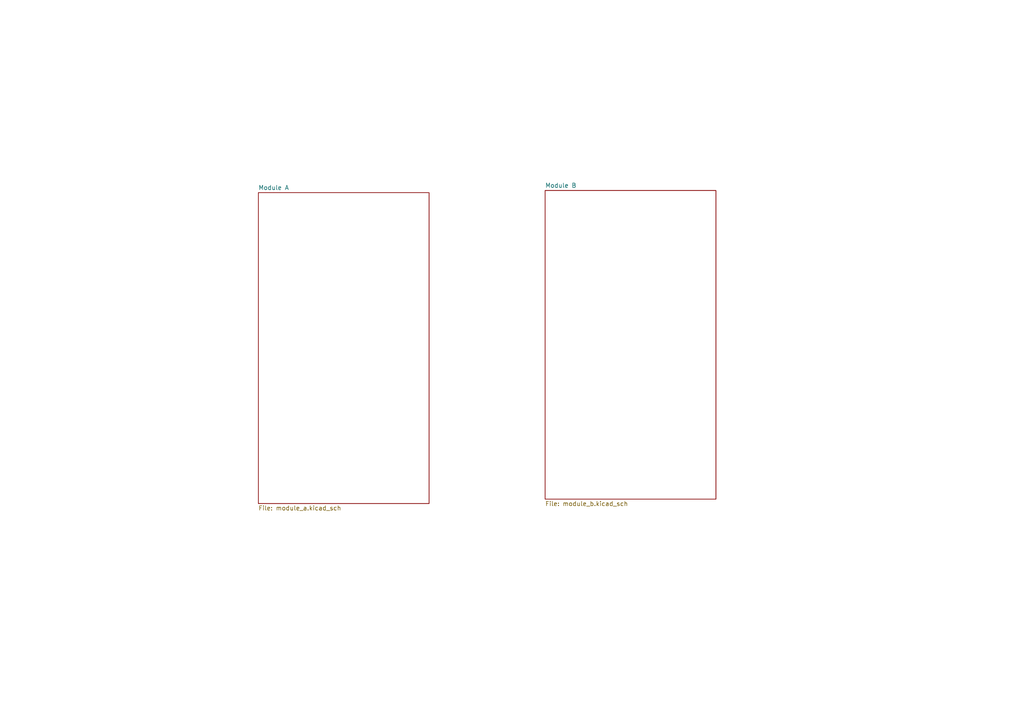
<source format=kicad_sch>
(kicad_sch (version 20230121) (generator eeschema)
  (paper "A4")
  (lib_symbols)
  (sheet (at 74.93 55.88) (size 49.53 90.17) (stroke (width 0.1524))
    (property "Sheetname" "Module A" (at 74.93 55.1684 0) (effects (justify left bottom)))
    (property "Sheetfile" "module_a.kicad_sch" (at 74.93 146.6346 0) (effects (justify left top)))
  )
  (sheet (at 158.115 55.245) (size 49.53 89.535) (stroke (width 0.1524))
    (property "Sheetname" "Module B" (at 158.115 54.5334 0) (effects (justify left bottom)))
    (property "Sheetfile" "module_b.kicad_sch" (at 158.115 145.3646 0) (effects (justify left top)))
  )
)
</source>
